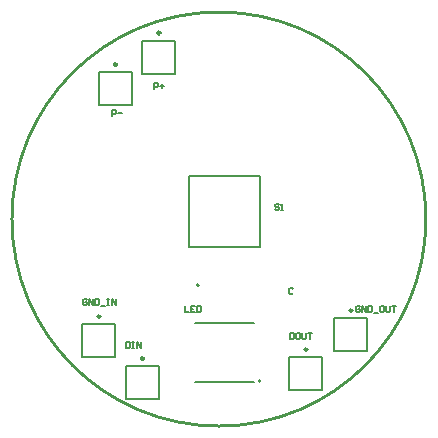
<source format=gbr>
%TF.GenerationSoftware,Altium Limited,Altium Designer,20.0.13 (296)*%
G04 Layer_Color=65535*
%FSLAX45Y45*%
%MOMM*%
%TF.FileFunction,Legend,Top*%
%TF.Part,Single*%
G01*
G75*
%TA.AperFunction,NonConductor*%
%ADD18C,0.20000*%
%ADD19C,0.25000*%
%ADD20C,0.25400*%
%ADD21C,0.12700*%
D18*
X12835600Y9306400D02*
G03*
X12835600Y9306400I-10000J0D01*
G01*
X13357700Y8496300D02*
G03*
X13357700Y8496300I-10000J0D01*
G01*
X13982401Y8750000D02*
Y9030000D01*
Y8750000D02*
X14262399D01*
Y9030000D01*
X13982401D02*
X14262399D01*
X12356800Y11379500D02*
X12636800D01*
Y11099500D02*
Y11379500D01*
X12356800Y11099500D02*
X12636800D01*
X12356800D02*
Y11379500D01*
X11988500Y11112800D02*
X12268500D01*
Y10832800D02*
Y11112800D01*
X11988500Y10832800D02*
X12268500D01*
X11988500D02*
Y11112800D01*
X13601401Y8419800D02*
Y8699800D01*
Y8419800D02*
X13881400D01*
Y8699800D01*
X13601401D02*
X13881400D01*
X12217100Y8343600D02*
Y8623600D01*
Y8343600D02*
X12497100D01*
Y8623600D01*
X12217100D02*
X12497100D01*
X11848800Y8699200D02*
Y8979200D01*
Y8699200D02*
X12128800D01*
Y8979200D01*
X11848800D02*
X12128800D01*
D19*
X14134900Y9095000D02*
G03*
X14134900Y9095000I-12500J0D01*
G01*
X12509300Y11444500D02*
G03*
X12509300Y11444500I-12500J0D01*
G01*
X12141000Y11177800D02*
G03*
X12141000Y11177800I-12500J0D01*
G01*
X13753900Y8764800D02*
G03*
X13753900Y8764800I-12500J0D01*
G01*
X12369600Y8688600D02*
G03*
X12369600Y8688600I-12500J0D01*
G01*
X12001300Y9044200D02*
G03*
X12001300Y9044200I-12500J0D01*
G01*
D20*
X14757401Y9867900D02*
G03*
X14757401Y9867900I-1752600J0D01*
G01*
D21*
X12755601Y10231399D02*
X13355598D01*
Y9631401D02*
Y10231399D01*
X12755601Y9631401D02*
X13355598D01*
X12755601D02*
Y10231399D01*
X12805598Y8487598D02*
X13305602D01*
X12805598Y8987602D02*
X13305602D01*
X14202876Y9127060D02*
X14194414Y9135524D01*
X14177486D01*
X14169022Y9127060D01*
Y9093204D01*
X14177486Y9084740D01*
X14194414D01*
X14202876Y9093204D01*
Y9110132D01*
X14185950D01*
X14219804Y9084740D02*
Y9135524D01*
X14253661Y9084740D01*
Y9135524D01*
X14270589D02*
Y9084740D01*
X14295981D01*
X14304443Y9093204D01*
Y9127060D01*
X14295981Y9135524D01*
X14270589D01*
X14321371Y9076276D02*
X14355228D01*
X14397548Y9135524D02*
X14380620D01*
X14372156Y9127060D01*
Y9093204D01*
X14380620Y9084740D01*
X14397548D01*
X14406010Y9093204D01*
Y9127060D01*
X14397548Y9135524D01*
X14422939D02*
Y9093204D01*
X14431403Y9084740D01*
X14448331D01*
X14456795Y9093204D01*
Y9135524D01*
X14473723D02*
X14507578D01*
X14490649D01*
Y9084740D01*
X12720320Y9128743D02*
Y9077960D01*
X12754176D01*
X12804959Y9128743D02*
X12771103D01*
Y9077960D01*
X12804959D01*
X12771103Y9103352D02*
X12788031D01*
X12821887Y9128743D02*
Y9077960D01*
X12847279D01*
X12855743Y9086424D01*
Y9120280D01*
X12847279Y9128743D01*
X12821887D01*
X13512801Y9986428D02*
X13504337Y9994892D01*
X13487408D01*
X13478944Y9986428D01*
Y9977964D01*
X13487408Y9969500D01*
X13504337D01*
X13512801Y9961036D01*
Y9952572D01*
X13504337Y9944108D01*
X13487408D01*
X13478944Y9952572D01*
X13529729Y9944108D02*
X13546655D01*
X13538193D01*
Y9994892D01*
X13529729Y9986428D01*
X12098881Y10744208D02*
Y10794992D01*
X12124272D01*
X12132736Y10786528D01*
Y10769600D01*
X12124272Y10761136D01*
X12098881D01*
X12149664Y10769600D02*
X12183520D01*
X12454481Y10972808D02*
Y11023592D01*
X12479872D01*
X12488336Y11015128D01*
Y10998200D01*
X12479872Y10989736D01*
X12454481D01*
X12505264Y10998200D02*
X12539120D01*
X12522192Y11015128D02*
Y10981272D01*
X11885496Y9183780D02*
X11877032Y9192243D01*
X11860104D01*
X11851640Y9183780D01*
Y9149924D01*
X11860104Y9141460D01*
X11877032D01*
X11885496Y9149924D01*
Y9166852D01*
X11868568D01*
X11902423Y9141460D02*
Y9192243D01*
X11936279Y9141460D01*
Y9192243D01*
X11953207D02*
Y9141460D01*
X11978599D01*
X11987063Y9149924D01*
Y9183780D01*
X11978599Y9192243D01*
X11953207D01*
X12003990Y9132996D02*
X12037846D01*
X12054774Y9192243D02*
X12071702D01*
X12063238D01*
Y9141460D01*
X12054774D01*
X12071702D01*
X12097094D02*
Y9192243D01*
X12130949Y9141460D01*
Y9192243D01*
X13604240Y8905223D02*
Y8854440D01*
X13629633D01*
X13638097Y8862904D01*
Y8896760D01*
X13629633Y8905223D01*
X13604240D01*
X13680415D02*
X13663487D01*
X13655023Y8896760D01*
Y8862904D01*
X13663487Y8854440D01*
X13680415D01*
X13688879Y8862904D01*
Y8896760D01*
X13680415Y8905223D01*
X13705807D02*
Y8862904D01*
X13714272Y8854440D01*
X13731200D01*
X13739664Y8862904D01*
Y8905223D01*
X13756590D02*
X13790446D01*
X13773518D01*
Y8854440D01*
X12219940Y8829023D02*
Y8778240D01*
X12245332D01*
X12253796Y8786704D01*
Y8820560D01*
X12245332Y8829023D01*
X12219940D01*
X12270723D02*
X12287651D01*
X12279188D01*
Y8778240D01*
X12270723D01*
X12287651D01*
X12313043D02*
Y8829023D01*
X12346899Y8778240D01*
Y8829023D01*
X13631328Y9276529D02*
X13622864Y9284992D01*
X13605936D01*
X13597472Y9276529D01*
Y9242673D01*
X13605936Y9234209D01*
X13622864D01*
X13631328Y9242673D01*
%TF.MD5,f617b7a8b32d6f5b1743e78192cc1b88*%
M02*

</source>
